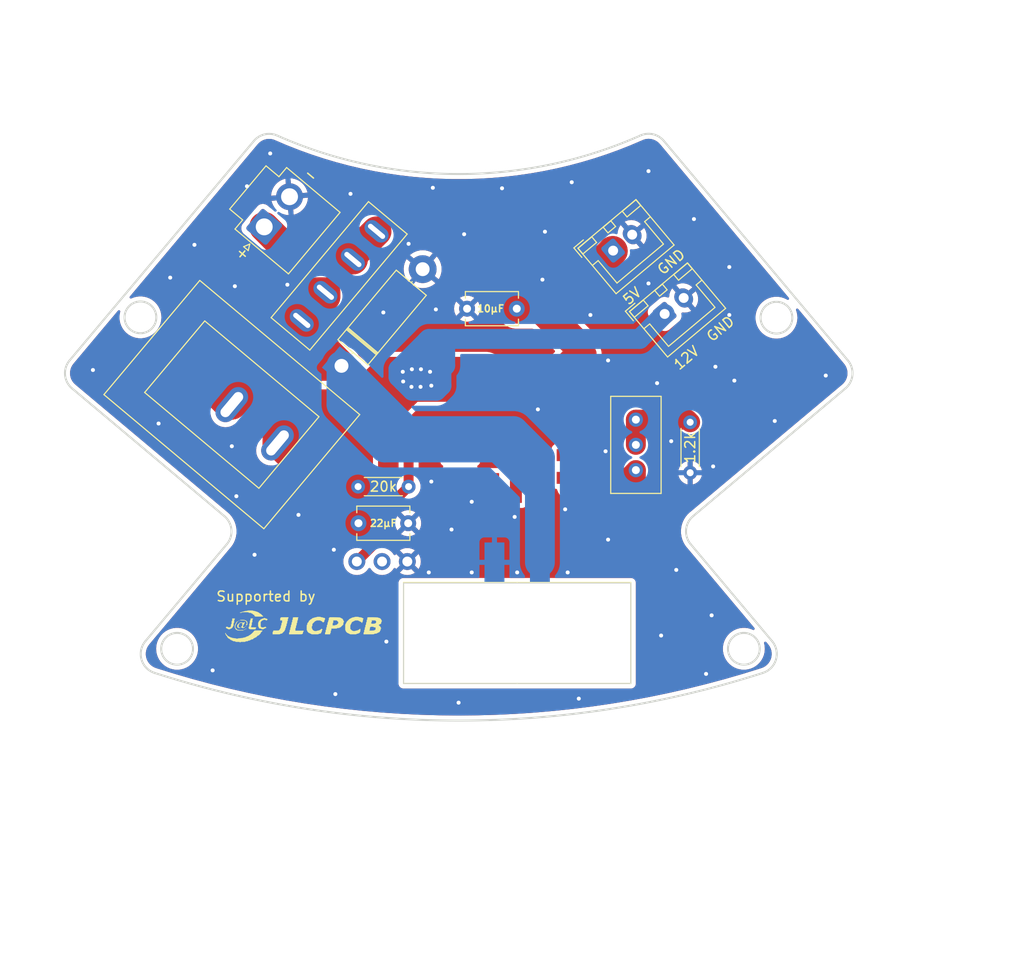
<source format=kicad_pcb>
(kicad_pcb (version 20211014) (generator pcbnew)
  (layers (0 "F.Cu" signal) (31 "B.Cu" signal) (34 "B.Paste" user) (35 "F.Paste" user) (36 "B.SilkS" user "B.Silkscreen") (37 "F.SilkS" user "F.Silkscreen") (38 "B.Mask" user) (39 "F.Mask" user) (44 "Edge.Cuts" user))
  (net 0 "")
  (net 1 "Net-(BT1-Pad1)")
  (net 2 "GND")
  (net 3 "+12V")
  (net 4 "+5V")
  (net 5 "Net-(D1-Pad1)")
  (net 6 "Net-(R1-Pad2)")
  (net 7 "Net-(R2-Pad1)")
  (net 8 "Net-(RV1-Pad3)")
  (footprint "Resistor_THT:R_Axial_DIN0204_L3.6mm_D1.6mm_P5.08mm_Horizontal" (layer "F.Cu") (at 126.238 103.124)
    (fp_text reference "R1" hide)
    (fp_text value "R" hide)
    (pad "1" thru_hole circle (at 0 0) (size 1.4 1.4) (drill 0.7) (layers *.Cu *.Mask) (net 3 "+12V"))
    (pad "2" thru_hole oval (at 5.08 0) (size 1.4 1.4) (drill 0.7) (layers *.Cu *.Mask) (net 6 "Net-(R1-Pad2)"))
  )
  (footprint "_Others:DS-850k" (layer "F.Cu") (at 113.538 94.869 140)
    (fp_text reference "SW2" hide)
    (fp_text value "SW_DIP_x01" hide)
    (pad "1" thru_hole oval locked (at 0 0 230) (size 4 2) (drill oval 3 1) (layers *.Cu *.Mask) (net 5 "Net-(D1-Pad1)"))
    (pad "2" thru_hole oval locked (at -6 0 230) (size 4 2) (drill oval 3 1) (layers *.Cu *.Mask) (net 3 "+12V"))
  )
  (footprint "Capacitor_THT:C_Disc_D5.1mm_W3.2mm_P5.00mm" (layer "F.Cu") (at 126.278 106.807)
    (fp_text reference "C1" hide)
    (fp_text value "C" hide)
    (pad "1" thru_hole circle (at 0 0) (size 1.6 1.6) (drill 0.8) (layers *.Cu *.Mask) (net 3 "+12V"))
    (pad "2" thru_hole circle (at 5 0) (size 1.6 1.6) (drill 0.8) (layers *.Cu *.Mask) (net 2 "GND"))
  )
  (footprint "Connector_JST:JST_XH_B2B-XH-A_1x02_P2.50mm_Vertical" (layer "F.Cu") (at 151.892 79.375 40)
    (fp_text reference "J1" hide)
    (fp_text value "Conn_01x02_Female" hide)
    (pad "1" thru_hole roundrect (at 0 0 40) (size 1.7 2) (drill 1) (layers *.Cu *.Mask) (roundrect_rratio 0.1470588235) (net 4 "+5V"))
    (pad "2" thru_hole oval (at 2.5 0 40) (size 1.7 2) (drill 1) (layers *.Cu *.Mask) (net 2 "GND"))
  )
  (footprint "Fuse_Socket:fuse_socket" (layer "F.Cu") (at 122.387248 80.28232 50)
    (fp_text reference "F1" hide)
    (fp_text value "Fuse" hide)
    (pad "1" thru_hole oval locked (at -2.15 2.54 50) (size 1.5 2.7) (drill oval 0.5 2.1) (layers *.Cu *.Mask) (net 5 "Net-(D1-Pad1)"))
    (pad "1" thru_hole oval locked (at -5.85 2.54 50) (size 1.5 2.7) (drill oval 0.5 2.1) (layers *.Cu *.Mask) (net 5 "Net-(D1-Pad1)"))
    (pad "2" thru_hole oval locked (at 5.85 2.54 50) (size 1.5 2.7) (drill oval 0.5 2.1) (layers *.Cu *.Mask) (net 1 "Net-(BT1-Pad1)"))
    (pad "2" thru_hole oval locked (at 2.15 2.54 50) (size 1.5 2.7) (drill oval 0.5 2.1) (layers *.Cu *.Mask) (net 1 "Net-(BT1-Pad1)"))
  )
  (footprint "Diode_THT:D_5W_P12.70mm_Horizontal" (layer "F.Cu") (at 124.569299 90.970383 50)
    (fp_text reference "D1" hide)
    (fp_text value "D_Shockley" hide)
    (pad "1" thru_hole rect (at 0 0 50) (size 2.8 2.8) (drill 1.4) (layers *.Cu *.Mask) (net 5 "Net-(D1-Pad1)"))
    (pad "2" thru_hole oval (at 12.7 0 50) (size 2.8 2.8) (drill 1.4) (layers *.Cu *.Mask) (net 2 "GND"))
  )
  (footprint "_Others:DCDC-murata-6A" (layer "F.Cu") (at 136.013 103.763)
    (fp_text reference "U1" hide)
    (fp_text value "OKL-T_6-W12N-C" hide)
    (pad "1" smd trapezoid locked (at 0.5 -6.1) (size 3 1.2) (layers "F.Cu" "F.Paste" "F.Mask") (net 6 "Net-(R1-Pad2)"))
    (pad "2" smd trapezoid locked (at 0.5 -10.68) (size 3 1.2) (layers "F.Cu" "F.Paste" "F.Mask") (net 3 "+12V"))
    (pad "2" smd trapezoid locked (at 2.665 -10.68) (size 4.07 1.77) (layers "F.Cu" "F.Paste" "F.Mask") (net 3 "+12V"))
    (pad "2" smd trapezoid locked (at 3.81 -11.7) (size 1.2 3) (layers "F.Cu" "F.Paste" "F.Mask") (net 3 "+12V"))
    (pad "3" smd trapezoid locked (at 8.39 -11.7) (size 1.2 3) (layers "F.Cu" "F.Paste" "F.Mask") (net 2 "GND"))
    (pad "3" smd trapezoid locked (at 6.1 -11.7) (size 1.2 3) (layers "F.Cu" "F.Paste" "F.Mask") (net 2 "GND"))
    (pad "3" smd trapezoid locked (at 7.245 -10.68) (size 4.07 1.77) (layers "F.Cu" "F.Paste" "F.Mask") (net 2 "GND"))
    (pad "4" smd trapezoid locked (at 11.7 -10.68) (size 3 1.2) (layers "F.Cu" "F.Paste" "F.Mask") (net 4 "+5V"))
    (pad "4" smd trapezoid locked (at 10.7 -9.535) (size 1.77 4.07) (layers "F.Cu" "F.Paste" "F.Mask") (net 4 "+5V"))
    (pad "5" smd trapezoid locked (at 11.7 -6.1) (size 3 1.2) (layers "F.Cu" "F.Paste" "F.Mask") (net 4 "+5V"))
    (pad "6" smd trapezoid locked (at 11.7 -1.52) (size 3 1.2) (layers "F.Cu" "F.Paste" "F.Mask") (net 8 "Net-(RV1-Pad3)"))
    (pad "7" smd trapezoid locked (at 6.1 -0.5) (size 1.2 3) (layers "F.Cu" "F.Paste" "F.Mask") (net 2 "GND"))
    (pad "8" smd trapezoid locked (at 3.81 -0.5) (size 1.2 3) (layers "F.Cu" "F.Paste" "F.Mask"))
    (pad "9" smd trapezoid locked (at 0.5 -1.52) (size 3 1.2) (layers "F.Cu" "F.Paste" "F.Mask"))
    (pad "10" smd trapezoid locked (at 0.5 -3.81) (size 3 1.2) (layers "F.Cu" "F.Paste" "F.Mask"))
    (pad "11" smd trapezoid locked (at 12.45 -3.81) (size 1.5 1.2) (layers "F.Cu" "F.Paste" "F.Mask"))
    (pad "12" smd trapezoid locked (at 8.39 -0.5) (size 1.2 3) (layers "F.Cu" "F.Paste" "F.Mask"))
    (pad "13" smd trapezoid locked (at 10.7 -3.81) (size 1 1.2) (layers "F.Cu" "F.Paste" "F.Mask"))
  )
  (footprint "Connector_JST:JST_XH_B2B-XH-A_1x02_P2.50mm_Vertical" (layer "F.Cu") (at 157.073981 85.745311 40)
    (fp_text reference "J2" hide)
    (fp_text value "Conn_01x02_Female" hide)
    (pad "1" thru_hole roundrect (at 0 0 40) (size 1.7 2) (drill 1) (layers *.Cu *.Mask) (roundrect_rratio 0.1470588235) (net 3 "+12V"))
    (pad "2" thru_hole oval (at 2.5 0 40) (size 1.7 2) (drill 1) (layers *.Cu *.Mask) (net 2 "GND"))
  )
  (footprint "Capacitor_THT:C_Disc_D5.1mm_W3.2mm_P5.00mm" (layer "F.Cu") (at 142.2 85.217 180)
    (fp_text reference "C2" hide)
    (fp_text value "C" hide)
    (pad "1" thru_hole circle (at 0 0 180) (size 1.6 1.6) (drill 0.8) (layers *.Cu *.Mask) (net 4 "+5V"))
    (pad "2" thru_hole circle (at 5 0 180) (size 1.6 1.6) (drill 0.8) (layers *.Cu *.Mask) (net 2 "GND"))
  )
  (footprint "TA48033S:TA48033S" (layer "F.Cu") (at 128.651 113.203 180)
    (fp_text reference "SW1" hide)
    (fp_text value "SW_DIP_x01" hide)
    (pad "1" thru_hole circle (at -2.54 2.54 180) (size 1.7 1.7) (drill 1) (layers *.Cu *.Mask) (net 2 "GND"))
    (pad "2" thru_hole circle (at 2.54 2.54 180) (size 1.7 1.7) (drill 1) (layers *.Cu *.Mask) (net 6 "Net-(R1-Pad2)"))
    (pad "3" thru_hole circle (at 0 2.54 180) (size 1.7 1.7) (drill 1) (layers *.Cu *.Mask))
  )
  (footprint "Resistor_THT:R_Axial_DIN0204_L3.6mm_D1.6mm_P5.08mm_Horizontal" (layer "F.Cu") (at 159.639 96.647 -90)
    (fp_text reference "R2" hide)
    (fp_text value "R" hide)
    (pad "1" thru_hole circle (at 0 0 270) (size 1.4 1.4) (drill 0.7) (layers *.Cu *.Mask) (net 7 "Net-(R2-Pad1)"))
    (pad "2" thru_hole oval (at 5.08 0 270) (size 1.4 1.4) (drill 0.7) (layers *.Cu *.Mask) (net 2 "GND"))
  )
  (footprint "Potentiometer_THT:Potentiometer_Bourns_3296W_Vertical" (layer "F.Cu") (at 154.178 96.383 90)
    (fp_text reference "RV1" hide)
    (fp_text value "R_Potentiometer_Trim_US" hide)
    (pad "1" thru_hole circle (at 0 0 90) (size 1.44 1.44) (drill 0.8) (layers *.Cu *.Mask) (net 7 "Net-(R2-Pad1)"))
    (pad "2" thru_hole circle (at -2.54 0 90) (size 1.44 1.44) (drill 0.8) (layers *.Cu *.Mask) (net 7 "Net-(R2-Pad1)"))
    (pad "3" thru_hole circle (at -5.08 0 90) (size 1.44 1.44) (drill 0.8) (layers *.Cu *.Mask) (net 8 "Net-(RV1-Pad3)"))
  )
  (footprint "_Others:JLCPCB" (layer "F.Cu") (at 120.65 117.221)
    (fp_text reference "G***" hide)
    (fp_text value "LOGO" hide)
  )
  (footprint "Voltage_Counter:voltage_counter" (layer "F.Cu") (at 142.24 122.936 180)
    (fp_text reference "MES1" hide)
    (fp_text value "Voltmeter_DC" hide)
    (pad "1" smd rect locked (at 2.286 12.192 180) (size 2 4) (layers "B.Cu" "B.Paste" "B.Mask") (net 2 "GND"))
    (pad "2" smd rect locked (at -2.286 12.192 180) (size 2 4) (layers "B.Cu" "B.Paste" "B.Mask") (net 5 "Net-(D1-Pad1)"))
  )
  (footprint "Connector_JST:JST_VH_B2P-VH_1x02_P3.96mm_Vertical" (layer "F.Cu") (at 116.796956 76.982235 50)
    (fp_text reference "BT1" hide)
    (fp_text value "Battery" hide)
    (pad "1" thru_hole roundrect (at 0 0 50) (size 2.7 2.7) (drill 1.7) (layers *.Cu *.Mask) (roundrect_rratio 0.09259296296) (net 1 "Net-(BT1-Pad1)"))
    (pad "2" thru_hole circle (at 3.96 0 50) (size 2.7 2.7) (drill 1.7) (layers *.Cu *.Mask) (net 2 "GND"))
  )
  (gr_line (start 175.504828 90.424668) (end 156.988997 68.329179) (layer "Edge.Cuts") (width 0.2))
  (gr_arc (start 97.46992 93.242172) (mid 96.763106 91.884394) (end 97.223406 90.424507) (layer "Edge.Cuts") (width 0.2))
  (gr_arc (start 175.504828 90.424668) (mid 175.964236 91.884206) (end 175.257479 93.241335) (layer "Edge.Cuts") (width 0.2))
  (gr_arc (start 105.763876 121.869922) (mid 104.454217 120.520184) (end 104.843774 118.68028) (layer "Edge.Cuts") (width 0.2))
  (gr_arc (start 115.757314 68.336656) (mid 116.838529 67.673716) (end 118.101054 67.79433) (layer "Edge.Cuts") (width 0.2))
  (gr_circle (center 168.318069 86.123567) (end 168.318069 84.523567) (layer "Edge.Cuts") (width 0.2) (fill none))
  (gr_line (start 97.46992 93.242172) (end 112.790809 106.097924) (layer "Edge.Cuts") (width 0.2))
  (gr_arc (start 166.962526 121.869922) (mid 136.363201 126.666554) (end 105.763876 121.869922) (layer "Edge.Cuts") (width 0.2))
  (gr_circle (center 104.345816 86.089926) (end 104.345816 84.489926) (layer "Edge.Cuts") (width 0.2) (fill none))
  (gr_line (start 115.757314 68.336656) (end 97.223406 90.424507) (layer "Edge.Cuts") (width 0.2))
  (gr_arc (start 159.689079 108.915588) (mid 159.228779 107.455701) (end 159.935593 106.097924) (layer "Edge.Cuts") (width 0.2))
  (gr_arc (start 112.790809 106.097924) (mid 113.497623 107.455701) (end 113.037323 108.915588) (layer "Edge.Cuts") (width 0.2))
  (gr_line (start 159.935593 106.097924) (end 175.257479 93.241335) (layer "Edge.Cuts") (width 0.2))
  (gr_circle (center 108.034035 119.443633) (end 108.034035 117.843633) (layer "Edge.Cuts") (width 0.2) (fill none))
  (gr_arc (start 154.643609 67.786217) (mid 155.907146 67.665289) (end 156.988997 68.329179) (layer "Edge.Cuts") (width 0.2))
  (gr_line (start 167.882628 118.68028) (end 159.689079 108.915588) (layer "Edge.Cuts") (width 0.2))
  (gr_rect (start 130.81 112.8268) (end 153.67 122.936) (layer "Edge.Cuts") (width 0.1) (fill none))
  (gr_arc (start 154.643609 67.786217) (mid 136.373192 71.666553) (end 118.101054 67.79433) (layer "Edge.Cuts") (width 0.2))
  (gr_line (start 113.037323 108.915588) (end 104.843774 118.68028) (layer "Edge.Cuts") (width 0.2))
  (gr_arc (start 167.882628 118.68028) (mid 168.272185 120.520183) (end 166.962526 121.869922) (layer "Edge.Cuts") (width 0.2))
  (gr_circle (center 165.039796 119.443633) (end 165.039796 117.843633) (layer "Edge.Cuts") (width 0.2) (fill none))
  (gr_text "GND\n" (at 157.734 80.518 40) (layer "F.SilkS") (effects (font (size 1 1))))
  (gr_text "+" (at 114.554 79.756 140) (layer "F.SilkS") (effects (font (size 1 1))))
  (gr_text "-" (at 121.412 71.882 140) (layer "F.SilkS") (effects (font (size 1 1))))
  (gr_text "22μF\n" (at 128.778 106.807) (layer "F.SilkS") (effects (font (size 0.7 0.7))))
  (gr_text "20k\n" (at 128.778 103.124) (layer "F.SilkS") (effects (font (size 1 1))))
  (gr_text "GND\n" (at 162.687 87.249 40) (layer "F.SilkS") (effects (font (size 1 1))))
  (gr_text "1.2k\n" (at 159.639 99.187 90) (layer "F.SilkS") (effects (font (size 1 1))))
  (gr_text "10μF\n" (at 139.573 85.217) (layer "F.SilkS") (effects (font (size 0.7 0.7))))
  (gr_text "12V" (at 159.258 90.17 40) (layer "F.SilkS") (effects (font (size 1 1))))
  (gr_text "5V" (at 153.797 83.947 40) (layer "F.SilkS") (effects (font (size 1 1))))
  (gr_text "Supported by" (at 116.967 114.173) (layer "F.SilkS") (effects (font (size 1 1))))
  (segment (start 120.082726 80.268005) (end 125.714994 80.268005) (width 3) (layer "F.Cu") (net 1))
  (segment (start 116.796956 76.982235) (end 120.082726 80.268005) (width 3) (layer "F.Cu") (net 1))
  (segment (start 125.714994 80.268005) (end 125.714994 79.811955) (width 3) (layer "F.Cu") (net 1))
  (segment (start 125.714994 79.811955) (end 128.093308 77.433641) (width 3) (layer "F.Cu") (net 1))
  (via (at 164.084 92.456) (size 0.8) (drill 0.4) (layers "F.Cu" "B.Cu") (net 2))
  (via (at 162.179 91.059) (size 0.8) (drill 0.4) (layers "F.Cu" "B.Cu") (net 2))
  (via (at 157.734 98.552) (size 0.8) (drill 0.4) (layers "F.Cu" "B.Cu") (net 2))
  (via (at 160.02 76.2) (size 0.8) (drill 0.4) (layers "F.Cu" "B.Cu") (net 2))
  (via (at 137.668 111.76) (size 0.8) (drill 0.4) (layers "F.Cu" "B.Cu") (net 2))
  (via (at 131.318 78.6892) (size 0.8) (drill 0.4) (layers "F.Cu" "B.Cu") (net 2))
  (via (at 147.32 111.76) (size 0.8) (drill 0.4) (layers "F.Cu" "B.Cu") (net 2))
  (via (at 145.034 77.47) (size 0.8) (drill 0.4) (layers "F.Cu" "B.Cu") (net 2))
  (via (at 149.606 85.852) (size 0.8) (drill 0.4) (layers "F.Cu" "B.Cu") (net 2))
  (via (at 133.604 102.616) (size 0.8) (drill 0.4) (layers "F.Cu" "B.Cu") (net 2))
  (via (at 141.986 106.172) (size 0.8) (drill 0.4) (layers "F.Cu" "B.Cu") (net 2))
  (via (at 120.2436 105.9688) (size 0.8) (drill 0.4) (layers "F.Cu" "B.Cu") (net 2))
  (via (at 128.778 85.598) (size 0.8) (drill 0.4) (layers "F.Cu" "B.Cu") (net 2))
  (via (at 161.798 116.078) (size 0.8) (drill 0.4) (layers "F.Cu" "B.Cu") (net 2))
  (via (at 115.824 109.982) (size 0.8) (drill 0.4) (layers "F.Cu" "B.Cu") (net 2))
  (via (at 136.3472 124.8664) (size 0.8) (drill 0.4) (layers "F.Cu" "B.Cu") (net 2))
  (via (at 144.3228 95.3516) (size 0.8) (drill 0.4) (layers "F.Cu" "B.Cu") (net 2))
  (via (at 148.4376 124.46) (size 0.8) (drill 0.4) (layers "F.Cu" "B.Cu") (net 2))
  (via (at 129.0828 118.7196) (size 0.8) (drill 0.4) (layers "F.Cu" "B.Cu") (net 2))
  (via (at 173.2788 91.948) (size 0.8) (drill 0.4) (layers "F.Cu" "B.Cu") (net 2))
  (via (at 99.568 91.3892) (size 0.8) (drill 0.4) (layers "F.Cu" "B.Cu") (net 2))
  (via (at 163.576 81.026) (size 0.8) (drill 0.4) (layers "F.Cu" "B.Cu") (net 2))
  (via (at 151.384 90.424) (size 0.8) (drill 0.4) (layers "F.Cu" "B.Cu") (net 2))
  (via (at 158.242 111.506) (size 0.8) (drill 0.4) (layers "F.Cu" "B.Cu") (net 2))
  (via (at 147.7264 72.4916) (size 0.8) (drill 0.4) (layers "F.Cu" "B.Cu") (net 2))
  (via (at 147.066 105.41) (size 0.8) (drill 0.4) (layers "F.Cu" "B.Cu") (net 2))
  (via (at 142.24 111.76) (size 0.8) (drill 0.4) (layers "F.Cu" "B.Cu") (net 2))
  (via (at 111.6076 121.6152) (size 0.8) (drill 0.4) (layers "F.Cu" "B.Cu") (net 2))
  (via (at 155.448 82.677) (size 0.8) (drill 0.4) (layers "F.Cu" "B.Cu") (net 2))
  (via (at 155.448 71.374) (size 0.8) (drill 0.4) (layers "F.Cu" "B.Cu") (net 2))
  (via (at 134.0612 85.2932) (size 0.8) (drill 0.4) (layers "F.Cu" "B.Cu") (net 2))
  (via (at 125.476 73.66) (size 0.8) (drill 0.4) (layers "F.Cu" "B.Cu") (net 2))
  (via (at 106.172 96.774) (size 0.8) (drill 0.4) (layers "F.Cu" "B.Cu") (net 2))
  (via (at 133.7564 73.0504) (size 0.8) (drill 0.4) (layers "F.Cu" "B.Cu") (net 2))
  (via (at 117.3988 69.596) (size 0.8) (drill 0.4) (layers "F.Cu" "B.Cu") (net 2))
  (via (at 136.906 77.724) (size 0.8) (drill 0.4) (layers "F.Cu" "B.Cu") (net 2))
  (via (at 113.9952 104.0892) (size 0.8) (drill 0.4) (layers "F.Cu" "B.Cu") (net 2))
  (via (at 161.9504 101.092) (size 0.8) (drill 0.4) (layers "F.Cu" "B.Cu") (net 2))
  (via (at 135.636 107.442) (size 0.8) (drill 0.4) (layers "F.Cu" "B.Cu") (net 2))
  (via (at 156.718 118.11) (size 0.8) (drill 0.4) (layers "F.Cu" "B.Cu") (net 2))
  (via (at 151.384 108.458) (size 0.8) (drill 0.4) (layers "F.Cu" "B.Cu") (net 2))
  (via (at 137.668 104.648) (size 0.8) (drill 0.4) (layers "F.Cu" "B.Cu") (net 2))
  (via (at 113.8428 82.9564) (size 0.8) (drill 0.4) (layers "F.Cu" "B.Cu") (net 2))
  (via (at 151.13 99.568) (size 0.8) (drill 0.4) (layers "F.Cu" "B.Cu") (net 2))
  (via (at 133.35 111.76) (size 0.8) (drill 0.4) (layers "F.Cu" "B.Cu") (net 2))
  (via (at 113.538 99.06) (size 0.8) (drill 0.4) (layers "F.Cu" "B.Cu") (net 2))
  (via (at 119.126 82.804) (size 0.8) (drill 0.4) (layers "F.Cu" "B.Cu") (net 2))
  (via (at 107.3404 82.0928) (size 0.8) (drill 0.4) (layers "F.Cu" "B.Cu") (net 2))
  (via (at 163.576 85.852) (size 0.8) (drill 0.4) (layers "F.Cu" "B.Cu") (net 2))
  (via (at 161.2392 121.9708) (size 0.8) (drill 0.4) (layers "F.Cu" "B.Cu") (net 2))
  (via (at 123.952 124.0028) (size 0.8) (drill 0.4) (layers "F.Cu" "B.Cu") (net 2))
  (via (at 168.148 96.52) (size 0.8) (drill 0.4) (layers "F.Cu" "B.Cu") (net 2))
  (via (at 156.3116 92.71) (size 0.8) (drill 0.4) (layers "F.Cu" "B.Cu") (net 2))
  (via (at 123.7996 109.474) (size 0.8) (drill 0.4) (layers "F.Cu" "B.Cu") (net 2))
  (via (at 109.7788 78.7908) (size 0.8) (drill 0.4) (layers "F.Cu" "B.Cu") (net 2))
  (via (at 144.78 82.296) (size 0.8) (drill 0.4) (layers "F.Cu" "B.Cu") (net 2))
  (via (at 140.716 73.1012) (size 0.8) (drill 0.4) (layers "F.Cu" "B.Cu") (net 2))
  (via (at 115.062 72.898) (size 0.8) (drill 0.4) (layers "F.Cu" "B.Cu") (net 2))
  (segment (start 139.027 91.567) (end 139.523 92.063) (width 3) (layer "F.Cu") (net 3))
  (segment (start 125.192526 95.372926) (end 124.6632 94.8436) (width 3) (layer "F.Cu") (net 3))
  (segment (start 126.238 99.568) (end 122.682 99.568) (width 3) (layer "F.Cu") (net 3))
  (segment (start 118.134267 98.725726) (end 121.839726 98.725726) (width 3) (layer "F.Cu") (net 3))
  (segment (start 118.196726 98.725726) (end 126.238 106.767) (width 3) (layer "F.Cu") (net 3))
  (segment (start 132.5198 93.083) (end 136.513 93.083) (width 3) (layer "F.Cu") (net 3))
  (segment (start 128.905 91.567) (end 130.7338 91.567) (width 3) (layer "F.Cu") (net 3))
  (segment (start 138.678 93.083) (end 136.513 93.083) (width 3) (layer "F.Cu") (net 3))
  (segment (start 128.905 91.660452) (end 128.905 91.567) (width 3) (layer "F.Cu") (net 3))
  (segment (start 128.151 93.083) (end 126.238 94.996) (width 3) (layer "F.Cu") (net 3))
  (segment (start 128.5922 93.083) (end 128.151 93.083) (width 3) (layer "F.Cu") (net 3))
  (segment (start 133.477 91.567) (end 139.027 91.567) (width 3) (layer "F.Cu") (net 3))
  (segment (start 126.238 103.124) (end 126.238 106.767) (width 3) (layer "F.Cu") (net 3))
  (segment (start 123.566926 96.998526) (end 125.192526 95.372926) (width 3) (layer "F.Cu") (net 3))
  (segment (start 121.0564 94.8436) (end 118.134267 97.765733) (width 3) (layer "F.Cu") (net 3))
  (segment (start 126.238 99.5172) (end 126.238 99.568) (width 3) (layer "F.Cu") (net 3))
  (segment (start 126.238 98.4504) (end 131.6054 93.083) (width 3) (layer "F.Cu") (net 3))
  (segment (start 138.678 93.083) (end 138.803 93.083) (width 3) (layer "F.Cu") (net 3))
  (segment (start 131.6054 93.083) (end 132.5198 93.083) (width 3) (layer "F.Cu") (net 3))
  (segment (start 126.238 94.327452) (end 126.238 94.996) (width 3) (layer "F.Cu") (net 3))
  (segment (start 121.839726 98.725726) (end 122.3264 99.2124) (width 3) (layer "F.Cu") (net 3))
  (segment (start 125.192526 95.372926) (end 126.335526 94.229926) (width 3) (layer "F.Cu") (net 3))
  (segment (start 126.0856 99.5172) (end 126.238 99.5172) (width 3) (layer "F.Cu") (net 3))
  (segment (start 127.482452 93.083) (end 128.905 91.660452) (width 3) (layer "F.Cu") (net 3))
  (segment (start 126.238 99.568) (end 126.238 103.124) (width 3) (layer "F.Cu") (net 3))
  (segment (start 126.238 106.767) (end 126.278 106.807) (width 3) (layer "F.Cu") (net 3))
  (segment (start 126.238 99.5172) (end 126.238 98.4504) (width 3) (layer "F.Cu") (net 3))
  (segment (start 118.134267 97.765733) (end 118.134267 98.725726) (width 3) (layer "F.Cu") (net 3))
  (segment (start 123.566926 96.998526) (end 126.0856 99.5172) (width 3) (layer "F.Cu") (net 3))
  (segment (start 127.482452 93.083) (end 128.5922 93.083) (width 3) (layer "F.Cu") (net 3))
  (segment (start 118.134267 98.725726) (end 118.196726 98.725726) (width 3) (layer "F.Cu") (net 3))
  (segment (start 130.7338 91.567) (end 133.477 91.567) (width 3) (layer "F.Cu") (net 3))
  (segment (start 126.335526 94.229926) (end 127.482452 93.083) (width 3) (layer "F.Cu") (net 3))
  (segment (start 119.307874 98.725726) (end 121.666 96.3676) (width 3) (layer "F.Cu") (net 3))
  (segment (start 126.335526 94.229926) (end 126.238 94.327452) (width 3) (layer "F.Cu") (net 3))
  (segment (start 122.3264 99.2124) (end 126.238 103.124) (width 3) (layer "F.Cu") (net 3))
  (segment (start 121.839726 98.725726) (end 123.566926 96.998526) (width 3) (layer "F.Cu") (net 3))
  (segment (start 118.134267 98.725726) (end 119.307874 98.725726) (width 3) (layer "F.Cu") (net 3))
  (segment (start 139.523 92.363) (end 139.523 92.063) (width 3) (layer "F.Cu") (net 3))
  (segment (start 128.5922 93.083) (end 131.6054 93.083) (width 3) (layer "F.Cu") (net 3))
  (segment (start 138.803 93.083) (end 139.523 92.363) (width 3) (layer "F.Cu") (net 3))
  (segment (start 124.6632 94.8436) (end 121.0564 94.8436) (width 3) (layer "F.Cu") (net 3))
  (segment (start 122.682 99.568) (end 122.3264 99.2124) (width 3) (layer "F.Cu") (net 3))
  (segment (start 126.238 94.996) (end 126.238 99.5172) (width 3) (layer "F.Cu") (net 3))
  (via (at 132.5198 93.083) (size 0.8) (drill 0.4) (layers "F.Cu" "B.Cu") (net 3))
  (via (at 133.604 92.964) (size 0.8) (drill 0.4) (layers "F.Cu" "B.Cu") (net 3))
  (via (at 131.6054 93.083) (size 0.8) (drill 0.4) (layers "F.Cu" "B.Cu") (net 3))
  (via (at 130.7338 91.567) (size 0.8) (drill 0.4) (layers "F.Cu" "B.Cu") (net 3))
  (via (at 130.7719 92.5449) (size 0.8) (drill 0.4) (layers "F.Cu" "B.Cu") (net 3))
  (via (at 133.477 91.567) (size 0.8) (drill 0.4) (layers "F.Cu" "B.Cu") (net 3))
  (via (at 131.6482 91.313) (size 0.8) (drill 0.4) (layers "F.Cu" "B.Cu") (net 3))
  (via (at 132.5626 91.313) (size 0.8) (drill 0.4) (layers "F.Cu" "B.Cu") (net 3))
  (segment (start 131.6482 91.313) (end 131.064 91.313) (width 2) (layer "B.Cu") (net 3))
  (segment (start 133.604 92.964) (end 132.715 92.964) (width 2) (layer "B.Cu") (net 3))
  (segment (start 133.35 88.646) (end 133.35 90.17) (width 2) (layer "B.Cu") (net 3))
  (segment (start 132.715 92.964) (end 131.064 91.313) (width 2) (layer "B.Cu") (net 3))
  (segment (start 134.112 93.472) (end 134.62 92.964) (width 2) (layer "B.Cu") (net 3))
  (segment (start 133.1595 88.4555) (end 130.302 91.313) (width 2) (layer "B.Cu") (net 3))
  (segment (start 133.35 88.265) (end 133.1595 88.4555) (width 2) (layer "B.Cu") (net 3))
  (segment (start 134.62 91.313) (end 132.5626 91.313) (width 2) (layer "B.Cu") (net 3))
  (segment (start 131.699 93.472) (end 134.112 93.472) (width 2) (layer "B.Cu") (net 3))
  (segment (start 133.1595 88.4555) (end 133.35 88.646) (width 2) (layer "B.Cu") (net 3))
  (segment (start 134.62 92.964) (end 133.604 92.964) (width 2) (layer "B.Cu") (net 3))
  (segment (start 130.7719 92.5449) (end 131.699 93.472) (width 2) (layer "B.Cu") (net 3))
  (segment (start 154.554292 88.265) (end 137.16 88.265) (width 2) (layer "B.Cu") (net 3))
  (segment (start 130.302 92.075) (end 130.7719 92.5449) (width 2) (layer "B.Cu") (net 3))
  (segment (start 135.001 88.265) (end 135.001 90.932) (width 2) (layer "B.Cu") (net 3))
  (segment (start 131.064 91.313) (end 130.302 91.313) (width 2) (layer "B.Cu") (net 3))
  (segment (start 135.001 88.265) (end 133.35 88.265) (width 2) (layer "B.Cu") (net 3))
  (segment (start 134.62 92.964) (end 134.62 91.313) (width 2) (layer "B.Cu") (net 3))
  (segment (start 135.001 90.932) (end 134.62 91.313) (width 2) (layer "B.Cu") (net 3))
  (segment (start 130.302 91.313) (end 130.302 92.075) (width 2) (layer "B.Cu") (net 3))
  (segment (start 132.5626 91.313) (end 131.6482 91.313) (width 2) (layer "B.Cu") (net 3))
  (segment (start 137.16 88.265) (end 135.001 88.265) (width 2) (layer "B.Cu") (net 3))
  (segment (start 157.073981 85.745311) (end 154.554292 88.265) (width 2) (layer "B.Cu") (net 3))
  (segment (start 142.2 85.217) (end 144.653 85.217) (width 3) (layer "F.Cu") (net 4))
  (segment (start 146.713 91.031) (end 146.713 94.228) (width 2) (layer "F.Cu") (net 4))
  (segment (start 149.225 96.901) (end 149.225 89.789) (width 2) (layer "F.Cu") (net 4))
  (segment (start 148.59 89.154) (end 148.59 92.206) (width 3) (layer "F.Cu") (net 4))
  (segment (start 148.463 97.663) (end 149.225 96.901) (width 2) (layer "F.Cu") (net 4))
  (segment (start 148.59 92.206) (end 147.713 93.083) (width 3) (layer "F.Cu") (net 4))
  (segment (start 146.713 96.663) (end 147.713 97.663) (width 2) (layer "F.Cu") (net 4))
  (segment (start 151.853698 79.413302) (end 151.853698 79.407139) (width 3) (layer "F.Cu") (net 4))
  (segment (start 146.05 85.217) (end 151.853698 79.413302) (width 3) (layer "F.Cu") (net 4))
  (segment (start 146.713 94.228) (end 146.713 96.663) (width 2) (layer "F.Cu") (net 4))
  (segment (start 147.713 97.663) (end 148.463 97.663) (width 2) (layer "F.Cu") (net 4))
  (segment (start 147.713 97.663) (end 147.713 93.083) (width 2) (layer "F.Cu") (net 4))
  (segment (start 144.653 85.217) (end 146.05 85.217) (width 3) (layer "F.Cu") (net 4))
  (segment (start 144.653 85.217) (end 148.59 89.154) (width 3) (layer "F.Cu") (net 4))
  (segment (start 148.59 89.154) (end 146.713 91.031) (width 2) (layer "F.Cu") (net 4))
  (segment (start 149.225 89.789) (end 148.59 89.154) (width 2) (layer "F.Cu") (net 4))
  (segment (start 124.569299 90.970383) (end 117.436617 90.970383) (width 3) (layer "F.Cu") (net 5))
  (segment (start 122.951008 84.018046) (end 120.572693 86.396361) (width 3) (layer "F.Cu") (net 5))
  (segment (start 120.572693 86.396361) (end 120.572693 87.834307) (width 3) (layer "F.Cu") (net 5))
  (segment (start 122.951008 83.561996) (end 122.228804 83.561996) (width 3) (layer "F.Cu") (net 5))
  (segment (start 113.2586 94.869) (end 113.538 94.869) (width 3) (layer "F.Cu") (net 5))
  (segment (start 122.228804 83.561996) (end 113.538 92.2528) (width 3) (layer "F.Cu") (net 5))
  (segment (start 120.572693 87.834307) (end 113.538 94.869) (width 3) (layer "F.Cu") (net 5))
  (segment (start 110.9472 91.44) (end 110.9472 92.5576) (width 3) (layer "F.Cu") (net 5))
  (segment (start 110.9472 92.5576) (end 113.2586 94.869) (width 3) (layer "F.Cu") (net 5))
  (segment (start 115.990839 86.396361) (end 110.9472 91.44) (width 3) (layer "F.Cu") (net 5))
  (segment (start 120.572693 86.396361) (end 120.572693 86.973777) (width 3) (layer "F.Cu") (net 5))
  (segment (start 117.436617 90.970383) (end 113.538 94.869) (width 3) (layer "F.Cu") (net 5))
  (segment (start 120.572693 86.973777) (end 124.569299 90.970383) (width 3) (layer "F.Cu") (net 5))
  (segment (start 122.951008 83.561996) (end 122.951008 84.018046) (width 3) (layer "F.Cu") (net 5))
  (segment (start 113.538 92.2528) (end 113.538 94.869) (width 3) (layer "F.Cu") (net 5))
  (segment (start 120.572693 86.396361) (end 115.990839 86.396361) (width 3) (layer "F.Cu") (net 5))
  (segment (start 124.569299 94.851299) (end 128.905 99.187) (width 3) (layer "B.Cu") (net 5))
  (segment (start 128.905 99.187) (end 132.461 99.187) (width 3) (layer "B.Cu") (net 5))
  (segment (start 140.335 99.187) (end 144.526 103.378) (width 3) (layer "B.Cu") (net 5))
  (segment (start 124.569299 90.970383) (end 124.569299 94.851299) (width 3) (layer "B.Cu") (net 5))
  (segment (start 124.569299 90.970383) (end 130.464458 96.865542) (width 3) (layer "B.Cu") (net 5))
  (segment (start 132.461 98.862084) (end 132.461 99.187) (width 3) (layer "B.Cu") (net 5))
  (segment (start 130.464458 96.865542) (end 132.461 98.862084) (width 3) (layer "B.Cu") (net 5))
  (segment (start 144.526 100.203) (end 144.526 103.378) (width 3) (layer "B.Cu") (net 5))
  (segment (start 141.859 97.536) (end 144.526 100.203) (width 3) (layer "B.Cu") (net 5))
  (segment (start 131.134916 97.536) (end 141.859 97.536) (width 3) (layer "B.Cu") (net 5))
  (segment (start 132.461 99.187) (end 140.335 99.187) (width 3) (layer "B.Cu") (net 5))
  (segment (start 144.526 103.378) (end 144.526 110.744) (width 3) (layer "B.Cu") (net 5))
  (segment (start 130.464458 96.865542) (end 131.134916 97.536) (width 3) (layer "B.Cu") (net 5))
  (segment (start 128.778 107.996) (end 128.778 105.664) (width 1) (layer "F.Cu") (net 6))
  (segment (start 132.08 97.663) (end 136.513 97.663) (width 1) (layer "F.Cu") (net 6))
  (segment (start 131.318 98.425) (end 132.08 97.663) (width 1) (layer "F.Cu") (net 6))
  (segment (start 126.111 110.663) (end 128.778 107.996) (width 1) (layer "F.Cu") (net 6))
  (segment (start 131.318 103.124) (end 131.318 98.425) (width 1) (layer "F.Cu") (net 6))
  (segment (start 128.778 105.664) (end 131.318 103.124) (width 1) (layer "F.Cu") (net 6))
  (segment (start 154.178 96.383) (end 159.375 96.383) (width 2) (layer "F.Cu") (net 7))
  (segment (start 154.178 96.383) (end 154.178 98.923) (width 2) (layer "F.Cu") (net 7))
  (segment (start 159.375 96.383) (end 159.639 96.647) (width 2) (layer "F.Cu") (net 7))
  (segment (start 153.289 103.759) (end 148.463 103.759) (width 2) (layer "F.Cu") (net 8))
  (segment (start 147.713 102.243) (end 153.398 102.243) (width 2) (layer "F.Cu") (net 8))
  (segment (start 154.178 101.463) (end 154.178 102.87) (width 2) (layer "F.Cu") (net 8))
  (segment (start 147.713 103.009) (end 147.713 102.243) (width 2) (layer "F.Cu") (net 8))
  (segment (start 148.463 103.759) (end 147.713 103.009) (width 2) (layer "F.Cu") (net 8))
  (segment (start 153.398 102.243) (end 154.178 101.463) (width 2) (layer "F.Cu") (net 8))
  (segment (start 154.178 102.87) (end 153.289 103.759) (width 2) (layer "F.Cu") (net 8))
  (zone (net 2) (net_name "GND") (layers F&B.Cu) (connect_pads (clearance 0.508)) (min_thickness 0.254) (fill yes (thermal_gap 0.508) (thermal_bridge_width 0.508))
    (polygon (pts (xy 96.4184 54.2036) (xy 193.230239 58.622632) (xy 192.366639 146.608232) (xy 90.2208 150.7744) (xy 96.2152 54.30921) (xy 96.263746 54.2036) (xy 96.3168 54.1528)))
  )
)
</source>
